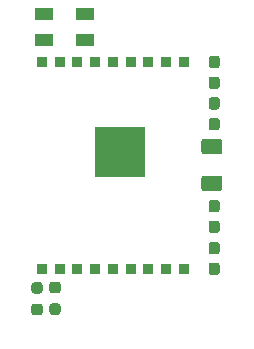
<source format=gbr>
%TF.GenerationSoftware,KiCad,Pcbnew,5.1.9*%
%TF.CreationDate,2021-01-20T23:16:29+01:00*%
%TF.ProjectId,wi-se-opi4,77692d73-652d-46f7-9069-342e6b696361,rev?*%
%TF.SameCoordinates,Original*%
%TF.FileFunction,Paste,Top*%
%TF.FilePolarity,Positive*%
%FSLAX46Y46*%
G04 Gerber Fmt 4.6, Leading zero omitted, Abs format (unit mm)*
G04 Created by KiCad (PCBNEW 5.1.9) date 2021-01-20 23:16:29*
%MOMM*%
%LPD*%
G01*
G04 APERTURE LIST*
%ADD10R,0.912500X0.850000*%
%ADD11R,4.300000X4.300000*%
%ADD12R,1.500000X1.000000*%
G04 APERTURE END LIST*
D10*
%TO.C,U2*%
X95920000Y-71282500D03*
X97420000Y-71282500D03*
X98920000Y-71282500D03*
X100420000Y-71282500D03*
X101920000Y-71282500D03*
X103420000Y-71282500D03*
X104920000Y-71282500D03*
X106420000Y-71282500D03*
X107920000Y-71282500D03*
X107920000Y-88757500D03*
X106420000Y-88757500D03*
X104920000Y-88757500D03*
X103420000Y-88757500D03*
X101920000Y-88757500D03*
X100420000Y-88757500D03*
X98920000Y-88757500D03*
X97420000Y-88757500D03*
X95920000Y-88757500D03*
D11*
X102500000Y-78900000D03*
%TD*%
%TO.C,C1*%
G36*
G01*
X110950002Y-82191820D02*
X109649998Y-82191820D01*
G75*
G02*
X109400000Y-81941822I0J249998D01*
G01*
X109400000Y-81116818D01*
G75*
G02*
X109649998Y-80866820I249998J0D01*
G01*
X110950002Y-80866820D01*
G75*
G02*
X111200000Y-81116818I0J-249998D01*
G01*
X111200000Y-81941822D01*
G75*
G02*
X110950002Y-82191820I-249998J0D01*
G01*
G37*
G36*
G01*
X110950002Y-79066820D02*
X109649998Y-79066820D01*
G75*
G02*
X109400000Y-78816822I0J249998D01*
G01*
X109400000Y-77991818D01*
G75*
G02*
X109649998Y-77741820I249998J0D01*
G01*
X110950002Y-77741820D01*
G75*
G02*
X111200000Y-77991818I0J-249998D01*
G01*
X111200000Y-78816822D01*
G75*
G02*
X110950002Y-79066820I-249998J0D01*
G01*
G37*
%TD*%
%TO.C,D1*%
G36*
G01*
X110737500Y-73525000D02*
X110262500Y-73525000D01*
G75*
G02*
X110025000Y-73287500I0J237500D01*
G01*
X110025000Y-72712500D01*
G75*
G02*
X110262500Y-72475000I237500J0D01*
G01*
X110737500Y-72475000D01*
G75*
G02*
X110975000Y-72712500I0J-237500D01*
G01*
X110975000Y-73287500D01*
G75*
G02*
X110737500Y-73525000I-237500J0D01*
G01*
G37*
G36*
G01*
X110737500Y-71775000D02*
X110262500Y-71775000D01*
G75*
G02*
X110025000Y-71537500I0J237500D01*
G01*
X110025000Y-70962500D01*
G75*
G02*
X110262500Y-70725000I237500J0D01*
G01*
X110737500Y-70725000D01*
G75*
G02*
X110975000Y-70962500I0J-237500D01*
G01*
X110975000Y-71537500D01*
G75*
G02*
X110737500Y-71775000I-237500J0D01*
G01*
G37*
%TD*%
%TO.C,D2*%
G36*
G01*
X110262500Y-75975000D02*
X110737500Y-75975000D01*
G75*
G02*
X110975000Y-76212500I0J-237500D01*
G01*
X110975000Y-76787500D01*
G75*
G02*
X110737500Y-77025000I-237500J0D01*
G01*
X110262500Y-77025000D01*
G75*
G02*
X110025000Y-76787500I0J237500D01*
G01*
X110025000Y-76212500D01*
G75*
G02*
X110262500Y-75975000I237500J0D01*
G01*
G37*
G36*
G01*
X110262500Y-74225000D02*
X110737500Y-74225000D01*
G75*
G02*
X110975000Y-74462500I0J-237500D01*
G01*
X110975000Y-75037500D01*
G75*
G02*
X110737500Y-75275000I-237500J0D01*
G01*
X110262500Y-75275000D01*
G75*
G02*
X110025000Y-75037500I0J237500D01*
G01*
X110025000Y-74462500D01*
G75*
G02*
X110262500Y-74225000I237500J0D01*
G01*
G37*
%TD*%
%TO.C,D3*%
G36*
G01*
X110737500Y-89275000D02*
X110262500Y-89275000D01*
G75*
G02*
X110025000Y-89037500I0J237500D01*
G01*
X110025000Y-88462500D01*
G75*
G02*
X110262500Y-88225000I237500J0D01*
G01*
X110737500Y-88225000D01*
G75*
G02*
X110975000Y-88462500I0J-237500D01*
G01*
X110975000Y-89037500D01*
G75*
G02*
X110737500Y-89275000I-237500J0D01*
G01*
G37*
G36*
G01*
X110737500Y-87525000D02*
X110262500Y-87525000D01*
G75*
G02*
X110025000Y-87287500I0J237500D01*
G01*
X110025000Y-86712500D01*
G75*
G02*
X110262500Y-86475000I237500J0D01*
G01*
X110737500Y-86475000D01*
G75*
G02*
X110975000Y-86712500I0J-237500D01*
G01*
X110975000Y-87287500D01*
G75*
G02*
X110737500Y-87525000I-237500J0D01*
G01*
G37*
%TD*%
%TO.C,D4*%
G36*
G01*
X110737500Y-83983080D02*
X110262500Y-83983080D01*
G75*
G02*
X110025000Y-83745580I0J237500D01*
G01*
X110025000Y-83170580D01*
G75*
G02*
X110262500Y-82933080I237500J0D01*
G01*
X110737500Y-82933080D01*
G75*
G02*
X110975000Y-83170580I0J-237500D01*
G01*
X110975000Y-83745580D01*
G75*
G02*
X110737500Y-83983080I-237500J0D01*
G01*
G37*
G36*
G01*
X110737500Y-85733080D02*
X110262500Y-85733080D01*
G75*
G02*
X110025000Y-85495580I0J237500D01*
G01*
X110025000Y-84920580D01*
G75*
G02*
X110262500Y-84683080I237500J0D01*
G01*
X110737500Y-84683080D01*
G75*
G02*
X110975000Y-84920580I0J-237500D01*
G01*
X110975000Y-85495580D01*
G75*
G02*
X110737500Y-85733080I-237500J0D01*
G01*
G37*
%TD*%
%TO.C,R10*%
G36*
G01*
X95266500Y-89889500D02*
X95741500Y-89889500D01*
G75*
G02*
X95979000Y-90127000I0J-237500D01*
G01*
X95979000Y-90627000D01*
G75*
G02*
X95741500Y-90864500I-237500J0D01*
G01*
X95266500Y-90864500D01*
G75*
G02*
X95029000Y-90627000I0J237500D01*
G01*
X95029000Y-90127000D01*
G75*
G02*
X95266500Y-89889500I237500J0D01*
G01*
G37*
G36*
G01*
X95266500Y-91714500D02*
X95741500Y-91714500D01*
G75*
G02*
X95979000Y-91952000I0J-237500D01*
G01*
X95979000Y-92452000D01*
G75*
G02*
X95741500Y-92689500I-237500J0D01*
G01*
X95266500Y-92689500D01*
G75*
G02*
X95029000Y-92452000I0J237500D01*
G01*
X95029000Y-91952000D01*
G75*
G02*
X95266500Y-91714500I237500J0D01*
G01*
G37*
%TD*%
%TO.C,R13*%
G36*
G01*
X97265500Y-90825000D02*
X96790500Y-90825000D01*
G75*
G02*
X96553000Y-90587500I0J237500D01*
G01*
X96553000Y-90087500D01*
G75*
G02*
X96790500Y-89850000I237500J0D01*
G01*
X97265500Y-89850000D01*
G75*
G02*
X97503000Y-90087500I0J-237500D01*
G01*
X97503000Y-90587500D01*
G75*
G02*
X97265500Y-90825000I-237500J0D01*
G01*
G37*
G36*
G01*
X97265500Y-92650000D02*
X96790500Y-92650000D01*
G75*
G02*
X96553000Y-92412500I0J237500D01*
G01*
X96553000Y-91912500D01*
G75*
G02*
X96790500Y-91675000I237500J0D01*
G01*
X97265500Y-91675000D01*
G75*
G02*
X97503000Y-91912500I0J-237500D01*
G01*
X97503000Y-92412500D01*
G75*
G02*
X97265500Y-92650000I-237500J0D01*
G01*
G37*
%TD*%
D12*
%TO.C,SW1*%
X96075000Y-67200000D03*
X96075000Y-69400000D03*
X99575000Y-69400000D03*
X99575000Y-67200000D03*
%TD*%
M02*

</source>
